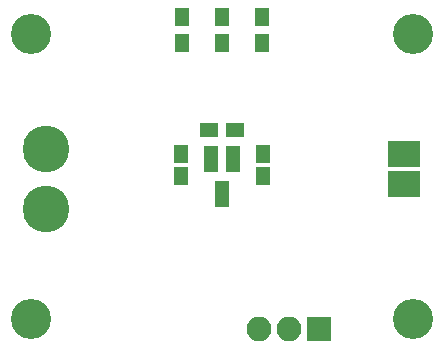
<source format=gbs>
G04 #@! TF.FileFunction,Soldermask,Bot*
%FSLAX46Y46*%
G04 Gerber Fmt 4.6, Leading zero omitted, Abs format (unit mm)*
G04 Created by KiCad (PCBNEW 4.0.7) date 02/24/18 20:28:21*
%MOMM*%
%LPD*%
G01*
G04 APERTURE LIST*
%ADD10C,0.100000*%
%ADD11R,1.150000X1.600000*%
%ADD12R,1.300000X1.600000*%
%ADD13R,2.100000X2.100000*%
%ADD14O,2.100000X2.100000*%
%ADD15R,2.686000X2.178000*%
%ADD16C,3.956000*%
%ADD17R,1.600000X1.300000*%
%ADD18R,1.200000X2.300000*%
%ADD19C,3.400000*%
G04 APERTURE END LIST*
D10*
D11*
X156210000Y-121945400D03*
X156210000Y-123845400D03*
X163195000Y-121945400D03*
X163195000Y-123845400D03*
D12*
X156337000Y-110363000D03*
X156337000Y-112563000D03*
X159700000Y-110363000D03*
X159700000Y-112563000D03*
X163068000Y-110363000D03*
X163068000Y-112563000D03*
D13*
X167894000Y-136779000D03*
D14*
X165354000Y-136779000D03*
X162814000Y-136779000D03*
D15*
X175133000Y-124460000D03*
X175133000Y-121920000D03*
D16*
X144780000Y-126619000D03*
X144780000Y-121488200D03*
D17*
X158632800Y-119888000D03*
X160832800Y-119888000D03*
D18*
X158750000Y-122325000D03*
X160650000Y-122325000D03*
X159700000Y-125325000D03*
D19*
X143510000Y-135890000D03*
X143510000Y-111760000D03*
X175895000Y-111760000D03*
X175920400Y-135890000D03*
M02*

</source>
